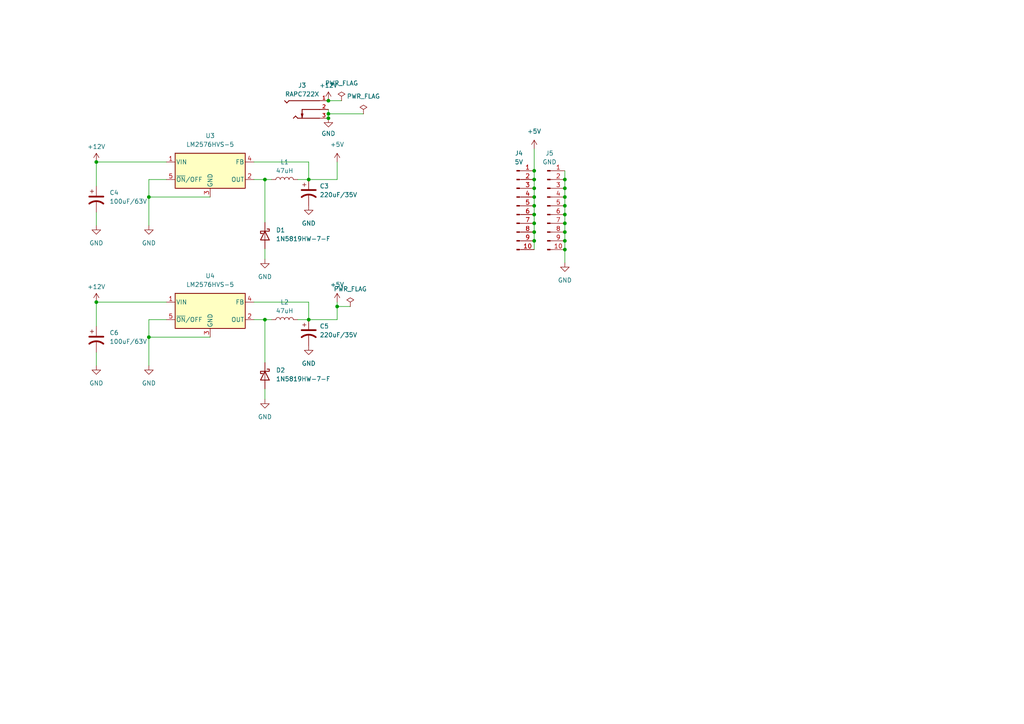
<source format=kicad_sch>
(kicad_sch (version 20230121) (generator eeschema)
  (paper "A4")
  (lib_symbols
    (symbol "Connector:Conn_01x10_Pin" (pin_names (offset 1.016) hide)
      (property "Reference" "J" (at 0 12.7 0))
      (property "Value" "Conn_01x10_Pin" (at 0 -15.24 0))
      (symbol "Conn_01x10_Pin_1_1"
        (polyline (pts (xy 1.27 -12.7) (xy 0.8636 -12.7)) (stroke (width 0.1524)))
        (polyline (pts (xy 1.27 -10.16) (xy 0.8636 -10.16)) (stroke (width 0.1524)))
        (polyline (pts (xy 1.27 -7.62) (xy 0.8636 -7.62)) (stroke (width 0.1524)))
        (polyline (pts (xy 1.27 -5.08) (xy 0.8636 -5.08)) (stroke (width 0.1524)))
        (polyline (pts (xy 1.27 -2.54) (xy 0.8636 -2.54)) (stroke (width 0.1524)))
        (polyline (pts (xy 1.27 0) (xy 0.8636 0)) (stroke (width 0.1524)))
        (polyline (pts (xy 1.27 2.54) (xy 0.8636 2.54)) (stroke (width 0.1524)))
        (polyline (pts (xy 1.27 5.08) (xy 0.8636 5.08)) (stroke (width 0.1524)))
        (polyline (pts (xy 1.27 7.62) (xy 0.8636 7.62)) (stroke (width 0.1524)))
        (polyline (pts (xy 1.27 10.16) (xy 0.8636 10.16)) (stroke (width 0.1524)))
        (rectangle (start 0.8636 -12.573) (end 0 -12.827) (stroke (width 0.1524)) (fill (type outline)))
        (rectangle (start 0.8636 -10.033) (end 0 -10.287) (stroke (width 0.1524)) (fill (type outline)))
        (rectangle (start 0.8636 -7.493) (end 0 -7.747) (stroke (width 0.1524)) (fill (type outline)))
        (rectangle (start 0.8636 -4.953) (end 0 -5.207) (stroke (width 0.1524)) (fill (type outline)))
        (rectangle (start 0.8636 -2.413) (end 0 -2.667) (stroke (width 0.1524)) (fill (type outline)))
        (rectangle (start 0.8636 0.127) (end 0 -0.127) (stroke (width 0.1524)) (fill (type outline)))
        (rectangle (start 0.8636 2.667) (end 0 2.413) (stroke (width 0.1524)) (fill (type outline)))
        (rectangle (start 0.8636 5.207) (end 0 4.953) (stroke (width 0.1524)) (fill (type outline)))
        (rectangle (start 0.8636 7.747) (end 0 7.493) (stroke (width 0.1524)) (fill (type outline)))
        (rectangle (start 0.8636 10.287) (end 0 10.033) (stroke (width 0.1524)) (fill (type outline)))
        (pin passive line (at 5.08 10.16 180) (length 3.81) (name "Pin_1") (number "1"))
        (pin passive line (at 5.08 -12.7 180) (length 3.81) (name "Pin_10") (number "10"))
        (pin passive line (at 5.08 7.62 180) (length 3.81) (name "Pin_2") (number "2"))
        (pin passive line (at 5.08 5.08 180) (length 3.81) (name "Pin_3") (number "3"))
        (pin passive line (at 5.08 2.54 180) (length 3.81) (name "Pin_4") (number "4"))
        (pin passive line (at 5.08 0 180) (length 3.81) (name "Pin_5") (number "5"))
        (pin passive line (at 5.08 -2.54 180) (length 3.81) (name "Pin_6") (number "6"))
        (pin passive line (at 5.08 -5.08 180) (length 3.81) (name "Pin_7") (number "7"))
        (pin passive line (at 5.08 -7.62 180) (length 3.81) (name "Pin_8") (number "8"))
        (pin passive line (at 5.08 -10.16 180) (length 3.81) (name "Pin_9") (number "9"))
      )
    )
    (symbol "Device:C_Polarized_US" (pin_numbers hide) (pin_names (offset 0.254) hide)
      (property "Reference" "C" (at 0.635 2.54 0))
      (property "Value" "C_Polarized_US" (at 0.635 -2.54 0))
      (symbol "C_Polarized_US_0_1"
        (polyline (pts (xy -2.032 0.762) (xy 2.032 0.762)) (stroke (width 0.508)))
        (polyline (pts (xy -1.778 2.286) (xy -0.762 2.286)))
        (polyline (pts (xy -1.27 1.778) (xy -1.27 2.794)))
        (arc (start 2.032 -1.27) (mid 0 -0.5572) (end -2.032 -1.27) (stroke (width 0.508)))
      )
      (symbol "C_Polarized_US_1_1"
        (pin passive line (at 0 3.81 270) (length 2.794) (name "~") (number "1"))
        (pin passive line (at 0 -3.81 90) (length 3.302) (name "~") (number "2"))
      )
    )
    (symbol "Device:D_Schottky" (pin_numbers hide) (pin_names (offset 1.016) hide)
      (property "Reference" "D" (at 0 2.54 0))
      (property "Value" "D_Schottky" (at 0 -2.54 0))
      (symbol "D_Schottky_0_1"
        (polyline (pts (xy 1.27 0) (xy -1.27 0)))
        (polyline (pts (xy 1.27 1.27) (xy 1.27 -1.27) (xy -1.27 0) (xy 1.27 1.27)) (stroke (width 0.254)))
        (polyline (pts (xy -1.905 0.635) (xy -1.905 1.27) (xy -1.27 1.27) (xy -1.27 -1.27) (xy -0.635 -1.27) (xy -0.635 -0.635)) (stroke (width 0.254)))
      )
      (symbol "D_Schottky_1_1"
        (pin passive line (at -3.81 0 0) (length 2.54) (name "K") (number "1"))
        (pin passive line (at 3.81 0 180) (length 2.54) (name "A") (number "2"))
      )
    )
    (symbol "Device:L" (pin_numbers hide) (pin_names (offset 1.016) hide)
      (property "Reference" "L" (at -1.27 0 90))
      (property "Value" "L" (at 1.905 0 90))
      (symbol "L_0_1"
        (arc (start 0 -2.54) (mid 0.6323 -1.905) (end 0 -1.27))
        (arc (start 0 -1.27) (mid 0.6323 -0.635) (end 0 0))
        (arc (start 0 0) (mid 0.6323 0.635) (end 0 1.27))
        (arc (start 0 1.27) (mid 0.6323 1.905) (end 0 2.54))
      )
      (symbol "L_1_1"
        (pin passive line (at 0 3.81 270) (length 1.27) (name "1") (number "1"))
        (pin passive line (at 0 -3.81 90) (length 1.27) (name "2") (number "2"))
      )
    )
    (symbol "RAPC722X:RAPC722X" (pin_names (offset 1.016))
      (property "Reference" "J" (at -5.08 5.08 0))
      (property "Value" "RAPC722X" (at -5.08 -6.35 0))
      (symbol "RAPC722X_0_0"
        (polyline (pts (xy -4.445 1.905) (xy -5.08 2.54)) (stroke (width 0.254)))
        (polyline (pts (xy -3.81 2.54) (xy -4.445 1.905)) (stroke (width 0.254)))
        (polyline (pts (xy -1.905 -1.905) (xy -2.54 -2.54)) (stroke (width 0.254)))
        (polyline (pts (xy -1.27 -2.54) (xy -1.905 -1.905)) (stroke (width 0.254)))
        (polyline (pts (xy 0 0) (xy 0 -2.54)) (stroke (width 0.254)))
        (polyline (pts (xy 0 0) (xy 5.08 0)) (stroke (width 0.254)))
        (polyline (pts (xy 5.08 -2.54) (xy -1.27 -2.54)) (stroke (width 0.254)))
        (polyline (pts (xy 5.08 2.54) (xy -3.81 2.54)) (stroke (width 0.254)))
        (polyline (pts (xy 0 -2.286) (xy 0.254 -1.27) (xy -0.254 -1.27) (xy 0 -2.286)) (stroke (width 0.254)) (fill (type outline)))
        (pin passive line (at 7.62 2.54 180) (length 2.54) (name "~") (number "1"))
        (pin passive line (at 7.62 0 180) (length 2.54) (name "~") (number "2"))
        (pin passive line (at 7.62 -2.54 180) (length 2.54) (name "~") (number "3"))
      )
    )
    (symbol "Regulator_Switching:LM2576HVS-5" (pin_names (offset 0.254))
      (property "Reference" "U" (at -10.16 6.35 0))
      (property "Value" "LM2576HVS-5" (at 0 6.35 0))
      (symbol "LM2576HVS-5_0_1"
        (rectangle (start -10.16 5.08) (end 10.16 -5.08) (stroke (width 0.254)) (fill (type background)))
      )
      (symbol "LM2576HVS-5_1_1"
        (pin power_in line (at -12.7 2.54 0) (length 2.54) (name "VIN") (number "1"))
        (pin output line (at 12.7 -2.54 180) (length 2.54) (name "OUT") (number "2"))
        (pin power_in line (at 0 -7.62 90) (length 2.54) (name "GND") (number "3"))
        (pin input line (at 12.7 2.54 180) (length 2.54) (name "FB") (number "4"))
        (pin input line (at -12.7 -2.54 0) (length 2.54) (name "~{ON}/OFF") (number "5"))
      )
    )
    (symbol "power:+12V" (power) (pin_names (offset 0))
      (property "Value" "+12V" (at 0 3.556 0))
      (symbol "+12V_0_1"
        (polyline (pts (xy -0.762 1.27) (xy 0 2.54)))
        (polyline (pts (xy 0 0) (xy 0 2.54)))
        (polyline (pts (xy 0 2.54) (xy 0.762 1.27)))
      )
      (symbol "+12V_1_1"
        (pin power_in line (at 0 0 90) (length 0) hide (name "+12V") (number "1"))
      )
    )
    (symbol "power:+5V" (power) (pin_names (offset 0))
      (property "Value" "+5V" (at 0 3.556 0))
      (symbol "+5V_0_1"
        (polyline (pts (xy -0.762 1.27) (xy 0 2.54)))
        (polyline (pts (xy 0 0) (xy 0 2.54)))
        (polyline (pts (xy 0 2.54) (xy 0.762 1.27)))
      )
      (symbol "+5V_1_1"
        (pin power_in line (at 0 0 90) (length 0) hide (name "+5V") (number "1"))
      )
    )
    (symbol "power:GND" (power) (pin_names (offset 0))
      (property "Value" "GND" (at 0 -3.81 0))
      (symbol "GND_0_1"
        (polyline (pts (xy 0 0) (xy 0 -1.27) (xy 1.27 -1.27) (xy 0 -2.54) (xy -1.27 -1.27) (xy 0 -1.27)))
      )
      (symbol "GND_1_1"
        (pin power_in line (at 0 0 270) (length 0) hide (name "GND") (number "1"))
      )
    )
    (symbol "power:PWR_FLAG" (power) (pin_numbers hide) (pin_names (offset 0) hide)
      (property "Value" "PWR_FLAG" (at 0 3.81 0))
      (symbol "PWR_FLAG_0_0"
        (pin power_out line (at 0 0 90) (length 0) (name "pwr") (number "1"))
      )
      (symbol "PWR_FLAG_0_1"
        (polyline (pts (xy 0 0) (xy 0 1.27) (xy -1.016 1.905) (xy 0 2.54) (xy 1.016 1.905) (xy 0 1.27)))
      )
    )
  )
  (junction (at 163.83 64.77))
  (junction (at 43.18 57.15))
  (junction (at 27.94 87.63))
  (junction (at 154.94 69.85))
  (junction (at 163.83 52.07))
  (junction (at 76.835 52.07))
  (junction (at 163.83 69.85))
  (junction (at 163.83 67.31))
  (junction (at 27.94 46.99))
  (junction (at 43.18 97.79))
  (junction (at 163.83 62.23))
  (junction (at 95.25 29.21))
  (junction (at 154.94 52.07))
  (junction (at 89.535 92.71))
  (junction (at 154.94 54.61))
  (junction (at 95.25 33.02))
  (junction (at 97.79 88.9))
  (junction (at 76.835 92.71))
  (junction (at 163.83 72.39))
  (junction (at 154.94 49.53))
  (junction (at 163.83 57.15))
  (junction (at 95.25 34.29))
  (junction (at 154.94 62.23))
  (junction (at 154.94 67.31))
  (junction (at 89.535 52.07))
  (junction (at 154.94 64.77))
  (junction (at 154.94 57.15))
  (junction (at 154.94 59.69))
  (junction (at 163.83 59.69))
  (junction (at 163.83 54.61))
  (wire (pts (xy 78.74 92.71) (xy 76.835 92.71)))
  (wire (pts (xy 163.83 59.69) (xy 163.83 62.23)))
  (wire (pts (xy 89.535 52.07) (xy 97.79 52.07)))
  (wire (pts (xy 163.83 49.53) (xy 163.83 52.07)))
  (wire (pts (xy 43.18 57.15) (xy 60.96 57.15)))
  (wire (pts (xy 95.25 29.21) (xy 99.06 29.21)))
  (wire (pts (xy 89.535 52.07) (xy 86.36 52.07)))
  (wire (pts (xy 154.94 43.18) (xy 154.94 49.53)))
  (wire (pts (xy 89.535 92.71) (xy 86.36 92.71)))
  (wire (pts (xy 27.94 94.615) (xy 27.94 87.63)))
  (wire (pts (xy 154.94 57.15) (xy 154.94 59.69)))
  (wire (pts (xy 76.835 75.184) (xy 76.835 72.136)))
  (wire (pts (xy 154.94 62.23) (xy 154.94 64.77)))
  (wire (pts (xy 43.18 97.79) (xy 43.18 92.71)))
  (wire (pts (xy 27.94 46.99) (xy 48.26 46.99)))
  (wire (pts (xy 154.94 64.77) (xy 154.94 67.31)))
  (wire (pts (xy 43.18 65.405) (xy 43.18 57.15)))
  (wire (pts (xy 89.535 87.63) (xy 89.535 92.71)))
  (wire (pts (xy 73.66 46.99) (xy 89.535 46.99)))
  (wire (pts (xy 78.74 52.07) (xy 76.835 52.07)))
  (wire (pts (xy 163.83 54.61) (xy 163.83 57.15)))
  (wire (pts (xy 27.94 61.595) (xy 27.94 65.405)))
  (wire (pts (xy 89.535 92.71) (xy 97.79 92.71)))
  (wire (pts (xy 76.835 105.156) (xy 76.835 92.71)))
  (wire (pts (xy 154.94 54.61) (xy 154.94 57.15)))
  (wire (pts (xy 95.25 33.02) (xy 95.25 34.29)))
  (wire (pts (xy 163.83 62.23) (xy 163.83 64.77)))
  (wire (pts (xy 73.66 87.63) (xy 89.535 87.63)))
  (wire (pts (xy 43.18 52.07) (xy 48.26 52.07)))
  (wire (pts (xy 89.535 46.99) (xy 89.535 52.07)))
  (wire (pts (xy 97.79 88.9) (xy 97.79 92.71)))
  (wire (pts (xy 97.79 46.99) (xy 97.79 52.07)))
  (wire (pts (xy 43.18 106.045) (xy 43.18 97.79)))
  (wire (pts (xy 163.83 67.31) (xy 163.83 69.85)))
  (wire (pts (xy 154.94 69.85) (xy 154.94 72.39)))
  (wire (pts (xy 43.18 92.71) (xy 48.26 92.71)))
  (wire (pts (xy 95.25 33.02) (xy 105.41 33.02)))
  (wire (pts (xy 76.835 64.516) (xy 76.835 52.07)))
  (wire (pts (xy 27.94 53.975) (xy 27.94 46.99)))
  (wire (pts (xy 76.835 92.71) (xy 73.66 92.71)))
  (wire (pts (xy 154.94 52.07) (xy 154.94 54.61)))
  (wire (pts (xy 163.83 72.39) (xy 163.83 76.2)))
  (wire (pts (xy 163.83 64.77) (xy 163.83 67.31)))
  (wire (pts (xy 163.83 52.07) (xy 163.83 54.61)))
  (wire (pts (xy 43.18 97.79) (xy 60.96 97.79)))
  (wire (pts (xy 43.18 57.15) (xy 43.18 52.07)))
  (wire (pts (xy 154.94 49.53) (xy 154.94 52.07)))
  (wire (pts (xy 163.83 69.85) (xy 163.83 72.39)))
  (wire (pts (xy 154.94 67.31) (xy 154.94 69.85)))
  (wire (pts (xy 154.94 59.69) (xy 154.94 62.23)))
  (wire (pts (xy 27.94 87.63) (xy 48.26 87.63)))
  (wire (pts (xy 97.79 88.9) (xy 101.6 88.9)))
  (wire (pts (xy 76.835 115.824) (xy 76.835 112.776)))
  (wire (pts (xy 163.83 57.15) (xy 163.83 59.69)))
  (wire (pts (xy 97.79 87.63) (xy 97.79 88.9)))
  (wire (pts (xy 95.25 31.75) (xy 95.25 33.02)))
  (wire (pts (xy 76.835 52.07) (xy 73.66 52.07)))
  (wire (pts (xy 27.94 102.235) (xy 27.94 106.045)))
  (symbol (lib_id "power:+5V") (at 97.79 87.63 0) (unit 1)
    (property "Reference" "#PWR045" (effects hide))
    (property "Value" "+5V" (at 97.79 82.55 0))
  )
  (symbol (lib_id "Device:L") (at 82.55 92.71 90) (unit 1)
    (property "Reference" "L2" (at 82.55 87.63 90))
    (property "Value" "47uH" (at 82.55 90.17 90))
    (property "Footprint" "Inductor_SMD:L_12x12mm_H8mm" (effects hide))
    (property "Field4" "CDRH127/LDNP-470MC" (effects hide))
  )
  (symbol (lib_id "RAPC722X:RAPC722X") (at 87.63 31.75 0) (unit 1)
    (property "Reference" "J3" (at 87.63 24.765 0))
    (property "Value" "RAPC722X" (at 87.63 27.305 0))
    (property "Footprint" "RAPC722X:SWITCHCRAFT_RAPC722X" (effects hide))
    (property "MF" "Switchcraft Inc." (effects hide))
    (property "DESCRIPTION" "Power Barrel Connector Jack 2.00mm ID (0.079), 5.50mm OD (0.217) Through Hole, Right Angle" (effects hide))
    (property "PACKAGE" "None" (effects hide))
    (property "PRICE" "None" (effects hide))
    (property "Package" "None" (effects hide))
    (property "Check_prices" "https://www.snapeda.com/parts/RAPC722X/Switchcraft+Inc./view-part/?ref=eda" (effects hide))
    (property "Price" "None" (effects hide))
    (property "SnapEDA_Link" "https://www.snapeda.com/parts/RAPC722X/Switchcraft+Inc./view-part/?ref=snap" (effects hide))
    (property "MP" "RAPC722X" (effects hide))
    (property "Purchase-URL" "https://www.snapeda.com/api/url_track_click_mouser/?unipart_id=235468&manufacturer=Switchcraft Inc.&part_name=RAPC722X&search_term=None" (effects hide))
    (property "Description" "\nConn AV Power Jack Mini 2.0mmPinDia RtAngle Thru-hole forS760 S765Plug | Switchcraft RAPC722X\n" (effects hide))
    (property "Availability" "In Stock" (effects hide))
    (property "AVAILABILITY" "In Stock" (effects hide))
    (property "PURCHASE-URL" "https://pricing.snapeda.com/search/part/RAPC722X/?ref=eda" (effects hide))
  )
  (symbol (lib_id "Regulator_Switching:LM2576HVS-5") (at 60.96 49.53 0) (unit 1)
    (property "Reference" "U3" (at 60.96 39.37 0))
    (property "Value" "LM2576HVS-5" (at 60.96 41.91 0))
    (property "Footprint" "Package_TO_SOT_SMD:TO-263-5_TabPin3" (effects hide))
    (property "Datasheet" "http://www.ti.com/lit/ds/symlink/lm2576.pdf" (effects hide))
  )
  (symbol (lib_id "power:PWR_FLAG") (at 99.06 29.21 0) (unit 1)
    (property "Reference" "#FLG02" (effects hide))
    (property "Value" "PWR_FLAG" (at 99.06 24.13 0))
  )
  (symbol (lib_id "Connector:Conn_01x10_Pin") (at 158.75 59.69 0) (unit 1)
    (property "Reference" "J5" (at 159.385 44.45 0))
    (property "Value" "GND" (at 159.385 46.99 0))
    (property "Footprint" "Connector_PinSocket_2.54mm:PinSocket_2x05_P2.54mm_Vertical" (effects hide))
  )
  (symbol (lib_id "Device:D_Schottky") (at 76.835 68.326 270) (unit 1)
    (property "Reference" "D1" (at 80.01 66.7385 90) (effects (justify left)))
    (property "Value" "1N5819HW-7-F" (at 80.01 69.2785 90) (effects (justify left)))
    (property "Footprint" "Diode_SMD:D_SOD-123" (effects hide))
  )
  (symbol (lib_id "power:GND") (at 76.835 115.824 0) (unit 1)
    (property "Reference" "#PWR049" (effects hide))
    (property "Value" "GND" (at 76.835 120.904 0))
  )
  (symbol (lib_id "power:GND") (at 43.18 65.405 0) (unit 1)
    (property "Reference" "#PWR041" (effects hide))
    (property "Value" "GND" (at 43.18 70.485 0))
  )
  (symbol (lib_id "Device:C_Polarized_US") (at 27.94 98.425 0) (unit 1)
    (property "Reference" "C6" (at 31.75 96.52 0) (effects (justify left)))
    (property "Value" "100uF/63V" (at 31.75 99.06 0) (effects (justify left)))
    (property "Footprint" "Capacitor_SMD:CP_Elec_10x10" (effects hide))
    (property "Field4" "UUX1J101MNL1GS" (effects hide))
  )
  (symbol (lib_id "power:GND") (at 27.94 65.405 0) (unit 1)
    (property "Reference" "#PWR040" (effects hide))
    (property "Value" "GND" (at 27.94 70.485 0))
  )
  (symbol (lib_id "Device:C_Polarized_US") (at 89.535 96.52 0) (unit 1)
    (property "Reference" "C5" (at 92.71 94.615 0) (effects (justify left)))
    (property "Value" "220uF/35V" (at 92.71 97.155 0) (effects (justify left)))
    (property "Footprint" "Capacitor_SMD:CP_Elec_10x10" (effects hide))
    (property "Field4" "EEH-ZA1V221P" (effects hide))
  )
  (symbol (lib_id "Connector:Conn_01x10_Pin") (at 149.86 59.69 0) (unit 1)
    (property "Reference" "J4" (at 150.495 44.45 0))
    (property "Value" "5V" (at 150.495 46.99 0))
    (property "Footprint" "Connector_PinSocket_2.54mm:PinSocket_2x05_P2.54mm_Vertical" (effects hide))
  )
  (symbol (lib_id "power:+5V") (at 97.79 46.99 0) (unit 1)
    (property "Reference" "#PWR038" (effects hide))
    (property "Value" "+5V" (at 97.79 41.91 0))
  )
  (symbol (lib_id "power:GND") (at 43.18 106.045 0) (unit 1)
    (property "Reference" "#PWR048" (effects hide))
    (property "Value" "GND" (at 43.18 111.125 0))
  )
  (symbol (lib_id "power:GND") (at 95.25 34.29 0) (unit 1)
    (property "Reference" "#PWR035" (effects hide))
    (property "Value" "GND" (at 95.25 38.735 0))
  )
  (symbol (lib_id "power:GND") (at 76.835 75.184 0) (unit 1)
    (property "Reference" "#PWR042" (effects hide))
    (property "Value" "GND" (at 76.835 80.264 0))
  )
  (symbol (lib_id "power:GND") (at 27.94 106.045 0) (unit 1)
    (property "Reference" "#PWR047" (effects hide))
    (property "Value" "GND" (at 27.94 111.125 0))
  )
  (symbol (lib_id "Device:L") (at 82.55 52.07 90) (unit 1)
    (property "Reference" "L1" (at 82.55 46.99 90))
    (property "Value" "47uH" (at 82.55 49.53 90))
    (property "Footprint" "Inductor_SMD:L_12x12mm_H8mm" (effects hide))
    (property "Field4" "CDRH127/LDNP-470MC" (effects hide))
  )
  (symbol (lib_id "Device:C_Polarized_US") (at 89.535 55.88 0) (unit 1)
    (property "Reference" "C3" (at 92.71 53.975 0) (effects (justify left)))
    (property "Value" "220uF/35V" (at 92.71 56.515 0) (effects (justify left)))
    (property "Footprint" "Capacitor_SMD:CP_Elec_10x10" (effects hide))
    (property "Field4" "EEH-ZA1V221P" (effects hide))
  )
  (symbol (lib_id "power:+5V") (at 154.94 43.18 0) (unit 1)
    (property "Reference" "#PWR036" (effects hide))
    (property "Value" "+5V" (at 154.94 38.1 0))
  )
  (symbol (lib_id "power:+12V") (at 95.25 29.21 0) (unit 1)
    (property "Reference" "#PWR034" (effects hide))
    (property "Value" "+12V" (at 95.25 24.765 0))
  )
  (symbol (lib_id "Device:C_Polarized_US") (at 27.94 57.785 0) (unit 1)
    (property "Reference" "C4" (at 31.75 55.88 0) (effects (justify left)))
    (property "Value" "100uF/63V" (at 31.75 58.42 0) (effects (justify left)))
    (property "Footprint" "Capacitor_SMD:CP_Elec_10x10" (effects hide))
    (property "Field4" "UUX1J101MNL1GS" (effects hide))
  )
  (symbol (lib_id "power:GND") (at 89.535 59.69 0) (unit 1)
    (property "Reference" "#PWR039" (effects hide))
    (property "Value" "GND" (at 89.535 64.77 0))
  )
  (symbol (lib_id "power:GND") (at 163.83 76.2 0) (unit 1)
    (property "Reference" "#PWR043" (effects hide))
    (property "Value" "GND" (at 163.83 81.28 0))
  )
  (symbol (lib_id "Device:D_Schottky") (at 76.835 108.966 270) (unit 1)
    (property "Reference" "D2" (at 80.01 107.3785 90) (effects (justify left)))
    (property "Value" "1N5819HW-7-F" (at 80.01 109.9185 90) (effects (justify left)))
    (property "Footprint" "Diode_SMD:D_SOD-123" (effects hide))
  )
  (symbol (lib_id "power:PWR_FLAG") (at 101.6 88.9 0) (unit 1)
    (property "Reference" "#FLG04" (effects hide))
    (property "Value" "PWR_FLAG" (at 101.6 83.82 0))
  )
  (symbol (lib_id "Regulator_Switching:LM2576HVS-5") (at 60.96 90.17 0) (unit 1)
    (property "Reference" "U4" (at 60.96 80.01 0))
    (property "Value" "LM2576HVS-5" (at 60.96 82.55 0))
    (property "Footprint" "Package_TO_SOT_SMD:TO-263-5_TabPin3" (effects hide))
    (property "Datasheet" "http://www.ti.com/lit/ds/symlink/lm2576.pdf" (effects hide))
  )
  (symbol (lib_id "power:+12V") (at 27.94 87.63 0) (unit 1)
    (property "Reference" "#PWR044" (effects hide))
    (property "Value" "+12V" (at 27.94 83.185 0))
  )
  (symbol (lib_id "power:GND") (at 89.535 100.33 0) (unit 1)
    (property "Reference" "#PWR046" (effects hide))
    (property "Value" "GND" (at 89.535 105.41 0))
  )
  (symbol (lib_id "power:+12V") (at 27.94 46.99 0) (unit 1)
    (property "Reference" "#PWR037" (effects hide))
    (property "Value" "+12V" (at 27.94 42.545 0))
  )
  (symbol (lib_id "power:PWR_FLAG") (at 105.41 33.02 0) (unit 1)
    (property "Reference" "#FLG03" (effects hide))
    (property "Value" "PWR_FLAG" (at 105.41 27.94 0))
  )
)
</source>
